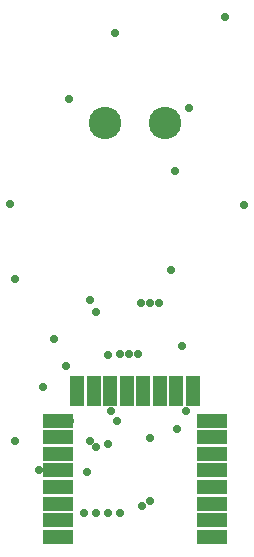
<source format=gbs>
G04 Layer_Color=16711935*
%FSLAX25Y25*%
%MOIN*%
G70*
G01*
G75*
%ADD72C,0.10800*%
%ADD73C,0.02800*%
%ADD74R,0.10446X0.04737*%
%ADD75R,0.04737X0.10446*%
D72*
X135000Y255000D02*
D03*
X155000D02*
D03*
D73*
X138500Y284900D02*
D03*
X163000Y259800D02*
D03*
X175100Y290100D02*
D03*
X150000Y129000D02*
D03*
X123500Y155500D02*
D03*
X173000Y150000D02*
D03*
X140000Y125000D02*
D03*
X136000D02*
D03*
X132000D02*
D03*
X128000D02*
D03*
X118000Y183000D02*
D03*
X160624Y180507D02*
D03*
X132000Y192000D02*
D03*
X105000Y203000D02*
D03*
X113000Y139047D02*
D03*
X123000Y263000D02*
D03*
X130000Y149000D02*
D03*
X132000Y147000D02*
D03*
X159114Y153000D02*
D03*
X162000Y159000D02*
D03*
X140000Y178000D02*
D03*
X153000Y195000D02*
D03*
X147000D02*
D03*
X146000Y178000D02*
D03*
X143000D02*
D03*
X150000Y195000D02*
D03*
X136000Y148000D02*
D03*
X122000Y174000D02*
D03*
X105000Y149000D02*
D03*
X103500Y228000D02*
D03*
X136181Y177376D02*
D03*
X137000Y159000D02*
D03*
X129000Y138500D02*
D03*
X130000Y196000D02*
D03*
X157000Y206000D02*
D03*
X158500Y239000D02*
D03*
X147384Y127220D02*
D03*
X150000Y150000D02*
D03*
X139000Y155500D02*
D03*
X181500Y227500D02*
D03*
X114500Y167000D02*
D03*
D74*
X119500Y117000D02*
D03*
Y122512D02*
D03*
Y128024D02*
D03*
Y133535D02*
D03*
Y139047D02*
D03*
Y144559D02*
D03*
Y150071D02*
D03*
Y155583D02*
D03*
X170681D02*
D03*
Y150071D02*
D03*
Y144559D02*
D03*
Y139047D02*
D03*
Y133535D02*
D03*
Y128024D02*
D03*
Y122512D02*
D03*
Y117000D02*
D03*
D75*
X125799Y165425D02*
D03*
X131311D02*
D03*
X136823D02*
D03*
X142335D02*
D03*
X153358D02*
D03*
X158870D02*
D03*
X164382D02*
D03*
X147846D02*
D03*
M02*

</source>
